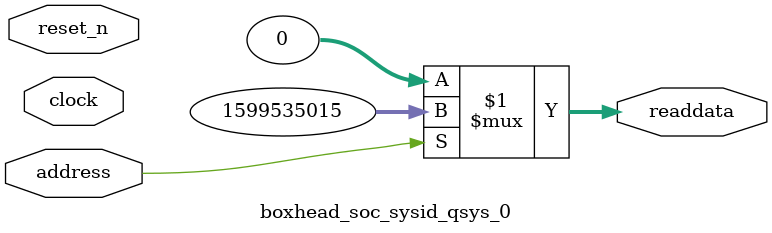
<source format=v>



// synthesis translate_off
`timescale 1ns / 1ps
// synthesis translate_on

// turn off superfluous verilog processor warnings 
// altera message_level Level1 
// altera message_off 10034 10035 10036 10037 10230 10240 10030 

module boxhead_soc_sysid_qsys_0 (
               // inputs:
                address,
                clock,
                reset_n,

               // outputs:
                readdata
             )
;

  output  [ 31: 0] readdata;
  input            address;
  input            clock;
  input            reset_n;

  wire    [ 31: 0] readdata;
  //control_slave, which is an e_avalon_slave
  assign readdata = address ? 1599535015 : 0;

endmodule



</source>
